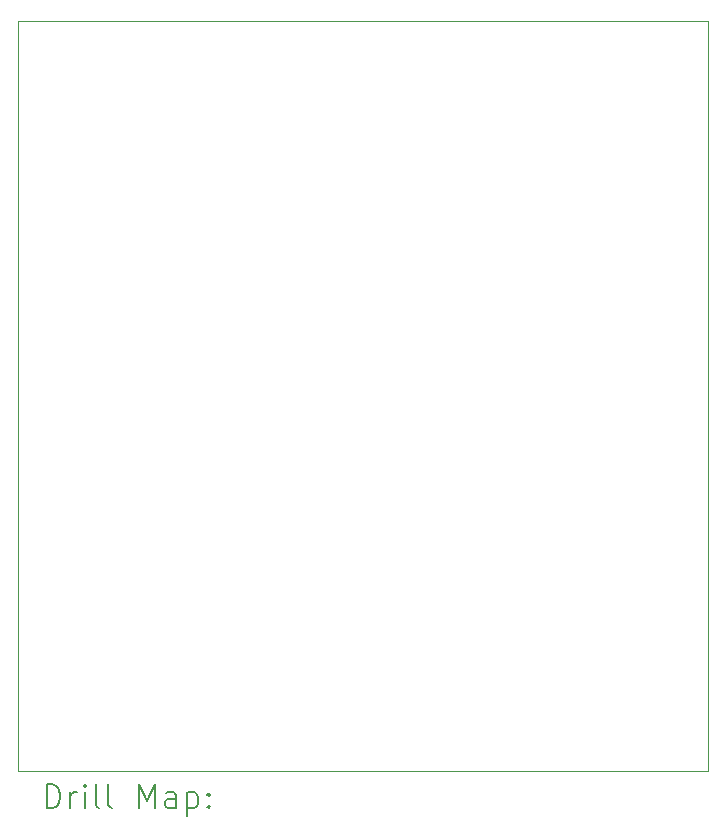
<source format=gbr>
%TF.GenerationSoftware,KiCad,Pcbnew,7.0.1*%
%TF.CreationDate,2023-11-07T12:51:37-05:00*%
%TF.ProjectId,PCB,5043422e-6b69-4636-9164-5f7063625858,rev?*%
%TF.SameCoordinates,Original*%
%TF.FileFunction,Drillmap*%
%TF.FilePolarity,Positive*%
%FSLAX45Y45*%
G04 Gerber Fmt 4.5, Leading zero omitted, Abs format (unit mm)*
G04 Created by KiCad (PCBNEW 7.0.1) date 2023-11-07 12:51:37*
%MOMM*%
%LPD*%
G01*
G04 APERTURE LIST*
%ADD10C,0.100000*%
%ADD11C,0.200000*%
G04 APERTURE END LIST*
D10*
X12192000Y-12954000D02*
X12192000Y-6604000D01*
X12192000Y-6604000D02*
X18034000Y-6604000D01*
X18034000Y-6604000D02*
X18034000Y-12954000D01*
X18034000Y-12954000D02*
X12192000Y-12954000D01*
D11*
X12434619Y-13271524D02*
X12434619Y-13071524D01*
X12434619Y-13071524D02*
X12482238Y-13071524D01*
X12482238Y-13071524D02*
X12510809Y-13081048D01*
X12510809Y-13081048D02*
X12529857Y-13100095D01*
X12529857Y-13100095D02*
X12539381Y-13119143D01*
X12539381Y-13119143D02*
X12548905Y-13157238D01*
X12548905Y-13157238D02*
X12548905Y-13185809D01*
X12548905Y-13185809D02*
X12539381Y-13223905D01*
X12539381Y-13223905D02*
X12529857Y-13242952D01*
X12529857Y-13242952D02*
X12510809Y-13262000D01*
X12510809Y-13262000D02*
X12482238Y-13271524D01*
X12482238Y-13271524D02*
X12434619Y-13271524D01*
X12634619Y-13271524D02*
X12634619Y-13138190D01*
X12634619Y-13176286D02*
X12644143Y-13157238D01*
X12644143Y-13157238D02*
X12653667Y-13147714D01*
X12653667Y-13147714D02*
X12672714Y-13138190D01*
X12672714Y-13138190D02*
X12691762Y-13138190D01*
X12758428Y-13271524D02*
X12758428Y-13138190D01*
X12758428Y-13071524D02*
X12748905Y-13081048D01*
X12748905Y-13081048D02*
X12758428Y-13090571D01*
X12758428Y-13090571D02*
X12767952Y-13081048D01*
X12767952Y-13081048D02*
X12758428Y-13071524D01*
X12758428Y-13071524D02*
X12758428Y-13090571D01*
X12882238Y-13271524D02*
X12863190Y-13262000D01*
X12863190Y-13262000D02*
X12853667Y-13242952D01*
X12853667Y-13242952D02*
X12853667Y-13071524D01*
X12987000Y-13271524D02*
X12967952Y-13262000D01*
X12967952Y-13262000D02*
X12958428Y-13242952D01*
X12958428Y-13242952D02*
X12958428Y-13071524D01*
X13215571Y-13271524D02*
X13215571Y-13071524D01*
X13215571Y-13071524D02*
X13282238Y-13214381D01*
X13282238Y-13214381D02*
X13348905Y-13071524D01*
X13348905Y-13071524D02*
X13348905Y-13271524D01*
X13529857Y-13271524D02*
X13529857Y-13166762D01*
X13529857Y-13166762D02*
X13520333Y-13147714D01*
X13520333Y-13147714D02*
X13501286Y-13138190D01*
X13501286Y-13138190D02*
X13463190Y-13138190D01*
X13463190Y-13138190D02*
X13444143Y-13147714D01*
X13529857Y-13262000D02*
X13510809Y-13271524D01*
X13510809Y-13271524D02*
X13463190Y-13271524D01*
X13463190Y-13271524D02*
X13444143Y-13262000D01*
X13444143Y-13262000D02*
X13434619Y-13242952D01*
X13434619Y-13242952D02*
X13434619Y-13223905D01*
X13434619Y-13223905D02*
X13444143Y-13204857D01*
X13444143Y-13204857D02*
X13463190Y-13195333D01*
X13463190Y-13195333D02*
X13510809Y-13195333D01*
X13510809Y-13195333D02*
X13529857Y-13185809D01*
X13625095Y-13138190D02*
X13625095Y-13338190D01*
X13625095Y-13147714D02*
X13644143Y-13138190D01*
X13644143Y-13138190D02*
X13682238Y-13138190D01*
X13682238Y-13138190D02*
X13701286Y-13147714D01*
X13701286Y-13147714D02*
X13710809Y-13157238D01*
X13710809Y-13157238D02*
X13720333Y-13176286D01*
X13720333Y-13176286D02*
X13720333Y-13233428D01*
X13720333Y-13233428D02*
X13710809Y-13252476D01*
X13710809Y-13252476D02*
X13701286Y-13262000D01*
X13701286Y-13262000D02*
X13682238Y-13271524D01*
X13682238Y-13271524D02*
X13644143Y-13271524D01*
X13644143Y-13271524D02*
X13625095Y-13262000D01*
X13806048Y-13252476D02*
X13815571Y-13262000D01*
X13815571Y-13262000D02*
X13806048Y-13271524D01*
X13806048Y-13271524D02*
X13796524Y-13262000D01*
X13796524Y-13262000D02*
X13806048Y-13252476D01*
X13806048Y-13252476D02*
X13806048Y-13271524D01*
X13806048Y-13147714D02*
X13815571Y-13157238D01*
X13815571Y-13157238D02*
X13806048Y-13166762D01*
X13806048Y-13166762D02*
X13796524Y-13157238D01*
X13796524Y-13157238D02*
X13806048Y-13147714D01*
X13806048Y-13147714D02*
X13806048Y-13166762D01*
M02*

</source>
